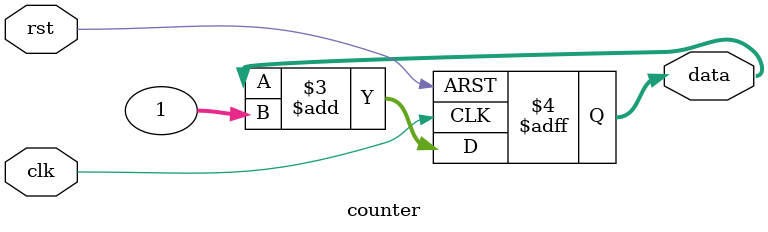
<source format=v>
module counter#(parameter N=32)
(
	input wire clk,
	input wire rst,
	output reg[N-1:0] data
);

always@(posedge clk or negedge rst) begin
	if(rst == 0) begin
		data <= 0;
	end else begin
		data <= data + 1;
	end
end

endmodule

</source>
